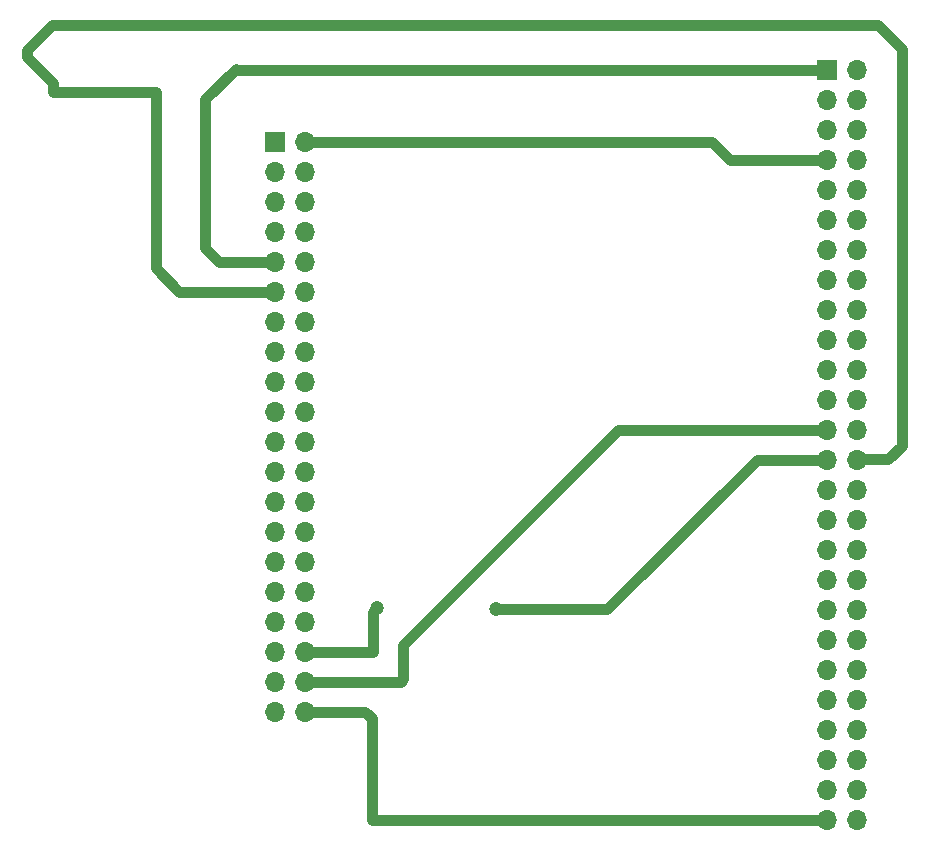
<source format=gbr>
%TF.GenerationSoftware,KiCad,Pcbnew,8.0.0*%
%TF.CreationDate,2024-03-12T09:44:14+01:00*%
%TF.ProjectId,lora,6c6f7261-2e6b-4696-9361-645f70636258,rev?*%
%TF.SameCoordinates,Original*%
%TF.FileFunction,Copper,L2,Bot*%
%TF.FilePolarity,Positive*%
%FSLAX46Y46*%
G04 Gerber Fmt 4.6, Leading zero omitted, Abs format (unit mm)*
G04 Created by KiCad (PCBNEW 8.0.0) date 2024-03-12 09:44:14*
%MOMM*%
%LPD*%
G01*
G04 APERTURE LIST*
%TA.AperFunction,ComponentPad*%
%ADD10O,1.700000X1.700000*%
%TD*%
%TA.AperFunction,ComponentPad*%
%ADD11R,1.700000X1.700000*%
%TD*%
%TA.AperFunction,ViaPad*%
%ADD12C,1.200000*%
%TD*%
%TA.AperFunction,Conductor*%
%ADD13C,0.900000*%
%TD*%
G04 APERTURE END LIST*
D10*
%TO.P,U2,40,40*%
%TO.N,Net-(U1-Pad51)*%
X89000000Y-93040000D03*
%TO.P,U2,39,39*%
%TO.N,unconnected-(U2-Pad39)*%
X86460000Y-93040000D03*
%TO.P,U2,38,38*%
%TO.N,Net-(U1-Pad25)*%
X89000000Y-90500000D03*
%TO.P,U2,37,37*%
%TO.N,unconnected-(U2-Pad37)*%
X86460000Y-90500000D03*
%TO.P,U2,36,36*%
%TO.N,Net-(U1-Pad27)*%
X89000000Y-87960000D03*
%TO.P,U2,35,35*%
%TO.N,unconnected-(U2-Pad35)*%
X86460000Y-87960000D03*
%TO.P,U2,34,34*%
%TO.N,unconnected-(U2-Pad34)*%
X89000000Y-85420000D03*
%TO.P,U2,33,33*%
%TO.N,unconnected-(U2-Pad33)*%
X86460000Y-85420000D03*
%TO.P,U2,32,32*%
%TO.N,unconnected-(U2-Pad32)*%
X89000000Y-82880000D03*
%TO.P,U2,31,31*%
%TO.N,unconnected-(U2-Pad31)*%
X86460000Y-82880000D03*
%TO.P,U2,30,30*%
%TO.N,unconnected-(U2-Pad30)*%
X89000000Y-80340000D03*
%TO.P,U2,29,29*%
%TO.N,unconnected-(U2-Pad29)*%
X86460000Y-80340000D03*
%TO.P,U2,28,28*%
%TO.N,unconnected-(U2-Pad28)*%
X89000000Y-77800000D03*
%TO.P,U2,27,27*%
%TO.N,unconnected-(U2-Pad27)*%
X86460000Y-77800000D03*
%TO.P,U2,26,26*%
%TO.N,unconnected-(U2-Pad26)*%
X89000000Y-75260000D03*
%TO.P,U2,25,25*%
%TO.N,unconnected-(U2-Pad25)*%
X86460000Y-75260000D03*
%TO.P,U2,24,24*%
%TO.N,unconnected-(U2-Pad24)*%
X89000000Y-72720000D03*
%TO.P,U2,23,23*%
%TO.N,unconnected-(U2-Pad23)*%
X86460000Y-72720000D03*
%TO.P,U2,22,22*%
%TO.N,unconnected-(U2-Pad22)*%
X89000000Y-70180000D03*
%TO.P,U2,21,21*%
%TO.N,unconnected-(U2-Pad21)*%
X86460000Y-70180000D03*
%TO.P,U2,20,20*%
%TO.N,unconnected-(U2-Pad20)*%
X89000000Y-67640000D03*
%TO.P,U2,19,19*%
%TO.N,unconnected-(U2-Pad19)*%
X86460000Y-67640000D03*
%TO.P,U2,18,18*%
%TO.N,unconnected-(U2-Pad18)*%
X89000000Y-65100000D03*
%TO.P,U2,17,17*%
%TO.N,unconnected-(U2-Pad17)*%
X86460000Y-65100000D03*
%TO.P,U2,16,16*%
%TO.N,unconnected-(U2-Pad16)*%
X89000000Y-62560000D03*
%TO.P,U2,15,15*%
%TO.N,unconnected-(U2-Pad15)*%
X86460000Y-62560000D03*
%TO.P,U2,14,14*%
%TO.N,unconnected-(U2-Pad14)*%
X89000000Y-60020000D03*
%TO.P,U2,13,13*%
%TO.N,unconnected-(U2-Pad13)*%
X86460000Y-60020000D03*
%TO.P,U2,12,12*%
%TO.N,unconnected-(U2-Pad12)*%
X89000000Y-57480000D03*
%TO.P,U2,11,11*%
%TO.N,Net-(U1-Pad28)*%
X86460000Y-57480000D03*
%TO.P,U2,10,10*%
%TO.N,unconnected-(U2-Pad10)*%
X89000000Y-54940000D03*
%TO.P,U2,9,9*%
%TO.N,Net-(U1-Pad1)*%
X86460000Y-54940000D03*
%TO.P,U2,8,8*%
%TO.N,unconnected-(U2-Pad8)*%
X89000000Y-52400000D03*
%TO.P,U2,7,7*%
%TO.N,unconnected-(U2-Pad7)*%
X86460000Y-52400000D03*
%TO.P,U2,6,6*%
%TO.N,unconnected-(U2-Pad6)*%
X89000000Y-49860000D03*
%TO.P,U2,5,5*%
%TO.N,unconnected-(U2-Pad5)*%
X86460000Y-49860000D03*
%TO.P,U2,4,4*%
%TO.N,unconnected-(U2-Pad4)*%
X89000000Y-47320000D03*
%TO.P,U2,3,3*%
%TO.N,unconnected-(U2-Pad3)*%
X86460000Y-47320000D03*
%TO.P,U2,2,2*%
%TO.N,Net-(U1-Pad7)*%
X89000000Y-44780000D03*
D11*
%TO.P,U2,1,1*%
%TO.N,unconnected-(U2-Pad1)*%
X86460000Y-44780000D03*
%TD*%
%TO.P,U1,1,1*%
%TO.N,Net-(U1-Pad1)*%
X133160000Y-38700000D03*
D10*
%TO.P,U1,2,2*%
%TO.N,unconnected-(U1-Pad2)*%
X135700000Y-38700000D03*
%TO.P,U1,3,3*%
%TO.N,unconnected-(U1-Pad3)*%
X133160000Y-41240000D03*
%TO.P,U1,4,4*%
%TO.N,unconnected-(U1-Pad4)*%
X135700000Y-41240000D03*
%TO.P,U1,5,5*%
%TO.N,unconnected-(U1-Pad5)*%
X133160000Y-43780000D03*
%TO.P,U1,6,6*%
%TO.N,unconnected-(U1-Pad6)*%
X135700000Y-43780000D03*
%TO.P,U1,7,7*%
%TO.N,Net-(U1-Pad7)*%
X133160000Y-46320000D03*
%TO.P,U1,8,8*%
%TO.N,unconnected-(U1-Pad8)*%
X135700000Y-46320000D03*
%TO.P,U1,9,9*%
%TO.N,unconnected-(U1-Pad9)*%
X133160000Y-48860000D03*
%TO.P,U1,10,10*%
%TO.N,unconnected-(U1-Pad10)*%
X135700000Y-48860000D03*
%TO.P,U1,11,11*%
%TO.N,unconnected-(U1-Pad11)*%
X133160000Y-51400000D03*
%TO.P,U1,12,12*%
%TO.N,unconnected-(U1-Pad12)*%
X135700000Y-51400000D03*
%TO.P,U1,13,13*%
%TO.N,unconnected-(U1-Pad13)*%
X133160000Y-53940000D03*
%TO.P,U1,14,14*%
%TO.N,unconnected-(U1-Pad14)*%
X135700000Y-53940000D03*
%TO.P,U1,15,15*%
%TO.N,unconnected-(U1-Pad15)*%
X133160000Y-56480000D03*
%TO.P,U1,16,16*%
%TO.N,unconnected-(U1-Pad16)*%
X135700000Y-56480000D03*
%TO.P,U1,17,17*%
%TO.N,unconnected-(U1-Pad17)*%
X133160000Y-59020000D03*
%TO.P,U1,18,18*%
%TO.N,unconnected-(U1-Pad18)*%
X135700000Y-59020000D03*
%TO.P,U1,19,19*%
%TO.N,unconnected-(U1-Pad19)*%
X133160000Y-61560000D03*
%TO.P,U1,20,20*%
%TO.N,unconnected-(U1-Pad20)*%
X135700000Y-61560000D03*
%TO.P,U1,21,21*%
%TO.N,unconnected-(U1-Pad21)*%
X133160000Y-64100000D03*
%TO.P,U1,22,22*%
%TO.N,unconnected-(U1-Pad22)*%
X135700000Y-64100000D03*
%TO.P,U1,23,23*%
%TO.N,unconnected-(U1-Pad23)*%
X133160000Y-66640000D03*
%TO.P,U1,24,24*%
%TO.N,unconnected-(U1-Pad24)*%
X135700000Y-66640000D03*
%TO.P,U1,25,25*%
%TO.N,Net-(U1-Pad25)*%
X133160000Y-69180000D03*
%TO.P,U1,26,26*%
%TO.N,unconnected-(U1-Pad26)*%
X135700000Y-69180000D03*
%TO.P,U1,27,27*%
%TO.N,Net-(U1-Pad27)*%
X133160000Y-71720000D03*
%TO.P,U1,28,28*%
%TO.N,Net-(U1-Pad28)*%
X135700000Y-71720000D03*
%TO.P,U1,29,29*%
%TO.N,unconnected-(U1-Pad29)*%
X133160000Y-74260000D03*
%TO.P,U1,30,30*%
%TO.N,unconnected-(U1-Pad30)*%
X135700000Y-74260000D03*
%TO.P,U1,31,31*%
%TO.N,unconnected-(U1-Pad31)*%
X133160000Y-76800000D03*
%TO.P,U1,32,32*%
%TO.N,unconnected-(U1-Pad32)*%
X135700000Y-76800000D03*
%TO.P,U1,33,33*%
%TO.N,unconnected-(U1-Pad33)*%
X133160000Y-79340000D03*
%TO.P,U1,34,34*%
%TO.N,unconnected-(U1-Pad34)*%
X135700000Y-79340000D03*
%TO.P,U1,35,35*%
%TO.N,unconnected-(U1-Pad35)*%
X133160000Y-81880000D03*
%TO.P,U1,36,36*%
%TO.N,unconnected-(U1-Pad36)*%
X135700000Y-81880000D03*
%TO.P,U1,37,37*%
%TO.N,unconnected-(U1-Pad37)*%
X133160000Y-84420000D03*
%TO.P,U1,38,38*%
%TO.N,unconnected-(U1-Pad38)*%
X135700000Y-84420000D03*
%TO.P,U1,39,39*%
%TO.N,unconnected-(U1-Pad39)*%
X133160000Y-86960000D03*
%TO.P,U1,40,40*%
%TO.N,unconnected-(U1-Pad40)*%
X135700000Y-86960000D03*
%TO.P,U1,41,41*%
%TO.N,unconnected-(U1-Pad41)*%
X133160000Y-89500000D03*
%TO.P,U1,42,42*%
%TO.N,unconnected-(U1-Pad42)*%
X135700000Y-89500000D03*
%TO.P,U1,43,43*%
%TO.N,unconnected-(U1-Pad43)*%
X133160000Y-92040000D03*
%TO.P,U1,44,44*%
%TO.N,unconnected-(U1-Pad44)*%
X135700000Y-92040000D03*
%TO.P,U1,45,45*%
%TO.N,unconnected-(U1-Pad45)*%
X133160000Y-94580000D03*
%TO.P,U1,46,46*%
%TO.N,unconnected-(U1-Pad46)*%
X135700000Y-94580000D03*
%TO.P,U1,47,47*%
%TO.N,unconnected-(U1-Pad47)*%
X133160000Y-97120000D03*
%TO.P,U1,48,48*%
%TO.N,unconnected-(U1-Pad48)*%
X135700000Y-97120000D03*
%TO.P,U1,49,49*%
%TO.N,unconnected-(U1-Pad49)*%
X133160000Y-99660000D03*
%TO.P,U1,50,50*%
%TO.N,unconnected-(U1-Pad50)*%
X135700000Y-99660000D03*
%TO.P,U1,51,51*%
%TO.N,Net-(U1-Pad51)*%
X133160000Y-102200000D03*
%TO.P,U1,52,52*%
%TO.N,unconnected-(U1-Pad52)*%
X135700000Y-102200000D03*
%TD*%
D12*
%TO.N,Net-(U1-Pad27)*%
X95072200Y-84302600D03*
X105206800Y-84328000D03*
%TD*%
D13*
%TO.N,Net-(U1-Pad28)*%
X78339000Y-57480000D02*
X86460000Y-57480000D01*
X76359600Y-55500600D02*
X78339000Y-57480000D01*
X76359600Y-40600000D02*
X76359600Y-55500600D01*
X67700000Y-40600000D02*
X76359600Y-40600000D01*
X67700000Y-39800000D02*
X67700000Y-40600000D01*
X65500000Y-37600000D02*
X67700000Y-39800000D01*
X67575000Y-34925000D02*
X65500000Y-37000000D01*
X65500000Y-37000000D02*
X65500000Y-37600000D01*
X137515600Y-34925000D02*
X67575000Y-34925000D01*
X139522200Y-36931600D02*
X137515600Y-34925000D01*
X138379200Y-71678800D02*
X139522200Y-70535800D01*
X135741200Y-71678800D02*
X138379200Y-71678800D01*
X139522200Y-70535800D02*
X139522200Y-36931600D01*
X135700000Y-71720000D02*
X135741200Y-71678800D01*
%TO.N,Net-(U1-Pad51)*%
X94630000Y-93610000D02*
X94060000Y-93040000D01*
X94630000Y-102200000D02*
X94630000Y-93610000D01*
X94060000Y-93040000D02*
X89000000Y-93040000D01*
%TO.N,Net-(U1-Pad25)*%
X97100000Y-90500000D02*
X89000000Y-90500000D01*
X97300300Y-90299700D02*
X97100000Y-90500000D01*
X97300300Y-87419700D02*
X97300300Y-90299700D01*
%TO.N,Net-(U1-Pad27)*%
X94750000Y-84624800D02*
X95072200Y-84302600D01*
X94750000Y-87960000D02*
X94750000Y-84624800D01*
%TO.N,Net-(U1-Pad1)*%
X83251000Y-38700000D02*
X83151000Y-38600000D01*
X133160000Y-38700000D02*
X83251000Y-38700000D01*
%TO.N,Net-(U1-Pad7)*%
X123443800Y-44780000D02*
X89000000Y-44780000D01*
X124983800Y-46320000D02*
X123443800Y-44780000D01*
X133160000Y-46320000D02*
X124983800Y-46320000D01*
%TO.N,Net-(U1-Pad1)*%
X86460000Y-54940000D02*
X81717200Y-54940000D01*
X81717200Y-54940000D02*
X80550600Y-53773400D01*
X80550600Y-41200400D02*
X83151000Y-38600000D01*
X80550600Y-53773400D02*
X80550600Y-41200400D01*
%TO.N,Net-(U1-Pad51)*%
X94630000Y-102200000D02*
X133160000Y-102200000D01*
%TO.N,Net-(U1-Pad27)*%
X105252000Y-84350000D02*
X105206800Y-84328000D01*
X105230000Y-84350000D02*
X105208000Y-84350000D01*
X95072200Y-84302600D02*
X95097600Y-84328000D01*
X114608200Y-84350000D02*
X105252000Y-84350000D01*
X127238200Y-71720000D02*
X114608200Y-84350000D01*
X95097600Y-84328000D02*
X95098000Y-84328000D01*
X105208000Y-84350000D02*
X105206800Y-84328000D01*
X129489200Y-71720000D02*
X127238200Y-71720000D01*
X89000000Y-87960000D02*
X94750000Y-87960000D01*
X133160000Y-71720000D02*
X129489200Y-71720000D01*
%TO.N,Net-(U1-Pad25)*%
X115540000Y-69180000D02*
X97300300Y-87419700D01*
X133160000Y-69180000D02*
X115540000Y-69180000D01*
%TD*%
M02*

</source>
